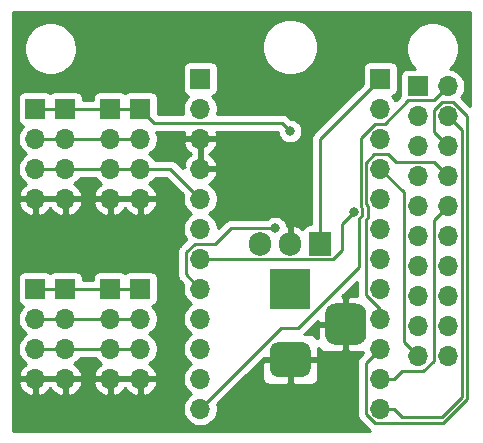
<source format=gbr>
%TF.GenerationSoftware,KiCad,Pcbnew,(5.1.9)-1*%
%TF.CreationDate,2021-07-04T22:14:26+10:00*%
%TF.ProjectId,i2c-master,6932632d-6d61-4737-9465-722e6b696361,rev?*%
%TF.SameCoordinates,Original*%
%TF.FileFunction,Copper,L2,Bot*%
%TF.FilePolarity,Positive*%
%FSLAX46Y46*%
G04 Gerber Fmt 4.6, Leading zero omitted, Abs format (unit mm)*
G04 Created by KiCad (PCBNEW (5.1.9)-1) date 2021-07-04 22:14:26*
%MOMM*%
%LPD*%
G01*
G04 APERTURE LIST*
%TA.AperFunction,ComponentPad*%
%ADD10O,1.700000X1.700000*%
%TD*%
%TA.AperFunction,ComponentPad*%
%ADD11R,1.700000X1.700000*%
%TD*%
%TA.AperFunction,ComponentPad*%
%ADD12O,1.905000X2.000000*%
%TD*%
%TA.AperFunction,ComponentPad*%
%ADD13R,1.905000X2.000000*%
%TD*%
%TA.AperFunction,ComponentPad*%
%ADD14R,3.500000X3.500000*%
%TD*%
%TA.AperFunction,ViaPad*%
%ADD15C,0.800000*%
%TD*%
%TA.AperFunction,Conductor*%
%ADD16C,0.250000*%
%TD*%
%TA.AperFunction,Conductor*%
%ADD17C,0.254000*%
%TD*%
%TA.AperFunction,Conductor*%
%ADD18C,0.100000*%
%TD*%
G04 APERTURE END LIST*
D10*
%TO.P,J12,20*%
%TO.N,GND*%
X76835000Y-61595000D03*
%TO.P,J12,19*%
%TO.N,VCC*%
X74295000Y-61595000D03*
%TO.P,J12,18*%
%TO.N,IO21-A3*%
X76835000Y-59055000D03*
%TO.P,J12,17*%
%TO.N,IO8-A8*%
X74295000Y-59055000D03*
%TO.P,J12,16*%
%TO.N,IO20-A2*%
X76835000Y-56515000D03*
%TO.P,J12,15*%
%TO.N,IO7*%
X74295000Y-56515000D03*
%TO.P,J12,14*%
%TO.N,IO19-A1*%
X76835000Y-53975000D03*
%TO.P,J12,13*%
%TO.N,!IO6-A7*%
X74295000Y-53975000D03*
%TO.P,J12,12*%
%TO.N,IO18-A0*%
X76835000Y-51435000D03*
%TO.P,J12,11*%
%TO.N,!IO5*%
X74295000Y-51435000D03*
%TO.P,J12,10*%
%TO.N,IO16-MOSI*%
X76835000Y-48895000D03*
%TO.P,J12,9*%
%TO.N,IO4-A6*%
X74295000Y-48895000D03*
%TO.P,J12,8*%
%TO.N,IO15-SCK*%
X76835000Y-46355000D03*
%TO.P,J12,7*%
%TO.N,!IO3-SCL*%
X74295000Y-46355000D03*
%TO.P,J12,6*%
%TO.N,IO14-MISO*%
X76835000Y-43815000D03*
%TO.P,J12,5*%
%TO.N,IO2-SDA*%
X74295000Y-43815000D03*
%TO.P,J12,4*%
%TO.N,!IO10-A10*%
X76835000Y-41275000D03*
%TO.P,J12,3*%
%TO.N,IO1-TX*%
X74295000Y-41275000D03*
%TO.P,J12,2*%
%TO.N,!IO9-A9*%
X76835000Y-38735000D03*
D11*
%TO.P,J12,1*%
%TO.N,IO0-RX*%
X74295000Y-38735000D03*
%TD*%
D12*
%TO.P,U1,3*%
%TO.N,Net-(C1-Pad1)*%
X60960000Y-52070000D03*
%TO.P,U1,2*%
%TO.N,GND*%
X63500000Y-52070000D03*
D13*
%TO.P,U1,1*%
%TO.N,VIN*%
X66040000Y-52070000D03*
%TD*%
%TO.P,J11,3*%
%TO.N,GND*%
%TA.AperFunction,ComponentPad*%
G36*
G01*
X69075000Y-60630000D02*
X67325000Y-60630000D01*
G75*
G02*
X66450000Y-59755000I0J875000D01*
G01*
X66450000Y-58005000D01*
G75*
G02*
X67325000Y-57130000I875000J0D01*
G01*
X69075000Y-57130000D01*
G75*
G02*
X69950000Y-58005000I0J-875000D01*
G01*
X69950000Y-59755000D01*
G75*
G02*
X69075000Y-60630000I-875000J0D01*
G01*
G37*
%TD.AperFunction*%
%TO.P,J11,2*%
%TA.AperFunction,ComponentPad*%
G36*
G01*
X64500000Y-63380000D02*
X62500000Y-63380000D01*
G75*
G02*
X61750000Y-62630000I0J750000D01*
G01*
X61750000Y-61130000D01*
G75*
G02*
X62500000Y-60380000I750000J0D01*
G01*
X64500000Y-60380000D01*
G75*
G02*
X65250000Y-61130000I0J-750000D01*
G01*
X65250000Y-62630000D01*
G75*
G02*
X64500000Y-63380000I-750000J0D01*
G01*
G37*
%TD.AperFunction*%
D14*
%TO.P,J11,1*%
%TO.N,VIN*%
X63500000Y-55880000D03*
%TD*%
D10*
%TO.P,J10,4*%
%TO.N,GND*%
X41910000Y-63500000D03*
%TO.P,J10,3*%
%TO.N,IO2-SDA*%
X41910000Y-60960000D03*
%TO.P,J10,2*%
%TO.N,!IO3-SCL*%
X41910000Y-58420000D03*
D11*
%TO.P,J10,1*%
%TO.N,+5V*%
X41910000Y-55880000D03*
%TD*%
D10*
%TO.P,J9,4*%
%TO.N,GND*%
X44450000Y-63500000D03*
%TO.P,J9,3*%
%TO.N,IO2-SDA*%
X44450000Y-60960000D03*
%TO.P,J9,2*%
%TO.N,!IO3-SCL*%
X44450000Y-58420000D03*
D11*
%TO.P,J9,1*%
%TO.N,+5V*%
X44450000Y-55880000D03*
%TD*%
D10*
%TO.P,J8,4*%
%TO.N,GND*%
X41910000Y-48260000D03*
%TO.P,J8,3*%
%TO.N,IO2-SDA*%
X41910000Y-45720000D03*
%TO.P,J8,2*%
%TO.N,!IO3-SCL*%
X41910000Y-43180000D03*
D11*
%TO.P,J8,1*%
%TO.N,+5V*%
X41910000Y-40640000D03*
%TD*%
D10*
%TO.P,J7,4*%
%TO.N,GND*%
X44450000Y-48260000D03*
%TO.P,J7,3*%
%TO.N,IO2-SDA*%
X44450000Y-45720000D03*
%TO.P,J7,2*%
%TO.N,!IO3-SCL*%
X44450000Y-43180000D03*
D11*
%TO.P,J7,1*%
%TO.N,+5V*%
X44450000Y-40640000D03*
%TD*%
D10*
%TO.P,J6,12*%
%TO.N,!IO10-A10*%
X71120000Y-66040000D03*
%TO.P,J6,11*%
%TO.N,IO16-MOSI*%
X71120000Y-63500000D03*
%TO.P,J6,10*%
%TO.N,IO14-MISO*%
X71120000Y-60960000D03*
%TO.P,J6,9*%
%TO.N,IO15-SCK*%
X71120000Y-58420000D03*
%TO.P,J6,8*%
%TO.N,IO18-A0*%
X71120000Y-55880000D03*
%TO.P,J6,7*%
%TO.N,IO19-A1*%
X71120000Y-53340000D03*
%TO.P,J6,6*%
%TO.N,IO20-A2*%
X71120000Y-50800000D03*
%TO.P,J6,5*%
%TO.N,IO21-A3*%
X71120000Y-48260000D03*
%TO.P,J6,4*%
%TO.N,VCC*%
X71120000Y-45720000D03*
%TO.P,J6,3*%
%TO.N,RST*%
X71120000Y-43180000D03*
%TO.P,J6,2*%
%TO.N,GND*%
X71120000Y-40640000D03*
D11*
%TO.P,J6,1*%
%TO.N,VIN*%
X71120000Y-38100000D03*
%TD*%
D10*
%TO.P,J5,4*%
%TO.N,GND*%
X50800000Y-63500000D03*
%TO.P,J5,3*%
%TO.N,IO2-SDA*%
X50800000Y-60960000D03*
%TO.P,J5,2*%
%TO.N,!IO3-SCL*%
X50800000Y-58420000D03*
D11*
%TO.P,J5,1*%
%TO.N,+5V*%
X50800000Y-55880000D03*
%TD*%
D10*
%TO.P,J4,4*%
%TO.N,GND*%
X48260000Y-63500000D03*
%TO.P,J4,3*%
%TO.N,IO2-SDA*%
X48260000Y-60960000D03*
%TO.P,J4,2*%
%TO.N,!IO3-SCL*%
X48260000Y-58420000D03*
D11*
%TO.P,J4,1*%
%TO.N,+5V*%
X48260000Y-55880000D03*
%TD*%
D10*
%TO.P,J3,4*%
%TO.N,GND*%
X50800000Y-48260000D03*
%TO.P,J3,3*%
%TO.N,IO2-SDA*%
X50800000Y-45720000D03*
%TO.P,J3,2*%
%TO.N,!IO3-SCL*%
X50800000Y-43180000D03*
D11*
%TO.P,J3,1*%
%TO.N,+5V*%
X50800000Y-40640000D03*
%TD*%
D10*
%TO.P,J2,4*%
%TO.N,GND*%
X48260000Y-48260000D03*
%TO.P,J2,3*%
%TO.N,IO2-SDA*%
X48260000Y-45720000D03*
%TO.P,J2,2*%
%TO.N,!IO3-SCL*%
X48260000Y-43180000D03*
D11*
%TO.P,J2,1*%
%TO.N,+5V*%
X48260000Y-40640000D03*
%TD*%
D10*
%TO.P,J1,12*%
%TO.N,!IO9-A9*%
X55880000Y-66040000D03*
%TO.P,J1,11*%
%TO.N,IO8-A8*%
X55880000Y-63500000D03*
%TO.P,J1,10*%
%TO.N,IO7*%
X55880000Y-60960000D03*
%TO.P,J1,9*%
%TO.N,!IO6-A7*%
X55880000Y-58420000D03*
%TO.P,J1,8*%
%TO.N,!IO5*%
X55880000Y-55880000D03*
%TO.P,J1,7*%
%TO.N,IO4-A6*%
X55880000Y-53340000D03*
%TO.P,J1,6*%
%TO.N,!IO3-SCL*%
X55880000Y-50800000D03*
%TO.P,J1,5*%
%TO.N,IO2-SDA*%
X55880000Y-48260000D03*
%TO.P,J1,4*%
%TO.N,GND*%
X55880000Y-45720000D03*
%TO.P,J1,3*%
X55880000Y-43180000D03*
%TO.P,J1,2*%
%TO.N,IO0-RX*%
X55880000Y-40640000D03*
D11*
%TO.P,J1,1*%
%TO.N,IO1-TX*%
X55880000Y-38100000D03*
%TD*%
D15*
%TO.N,!IO5*%
X62230000Y-50757000D03*
%TO.N,IO4-A6*%
X68885100Y-49372600D03*
%TO.N,GND*%
X68580000Y-66040000D03*
X68580000Y-38100000D03*
X53340000Y-60960000D03*
X53340000Y-38100000D03*
X53340000Y-55880000D03*
X41910000Y-52070000D03*
X41910000Y-66040000D03*
X53340000Y-66040000D03*
X53340000Y-48260000D03*
X53340000Y-43180000D03*
X49530000Y-52070000D03*
X62865000Y-48895000D03*
X64770000Y-45720000D03*
%TO.N,+5V*%
X63500000Y-42545000D03*
%TD*%
D16*
%TO.N,!IO9-A9*%
X75659700Y-39910300D02*
X76835000Y-38735000D01*
X73514500Y-39910300D02*
X75659700Y-39910300D01*
X69457900Y-48919600D02*
X69457900Y-43135000D01*
X71493900Y-41930900D02*
X73514500Y-39910300D01*
X69305400Y-54043300D02*
X69305400Y-49978100D01*
X64185900Y-59162800D02*
X69305400Y-54043300D01*
X69457900Y-43135000D02*
X70662000Y-41930900D01*
X70662000Y-41930900D02*
X71493900Y-41930900D01*
X69305400Y-49978100D02*
X69610400Y-49673100D01*
X69610400Y-49673100D02*
X69610400Y-49072100D01*
X69610400Y-49072100D02*
X69457900Y-48919600D01*
X62757200Y-59162800D02*
X64185900Y-59162800D01*
X55880000Y-66040000D02*
X62757200Y-59162800D01*
%TO.N,!IO5*%
X62217600Y-50744600D02*
X62230000Y-50757000D01*
X58475700Y-50744600D02*
X62217600Y-50744600D01*
X57150300Y-52070000D02*
X58475700Y-50744600D01*
X55407100Y-52070000D02*
X57150300Y-52070000D01*
X54664500Y-52812600D02*
X55407100Y-52070000D01*
X54664500Y-54664500D02*
X54664500Y-52812600D01*
X55880000Y-55880000D02*
X54664500Y-54664500D01*
%TO.N,IO4-A6*%
X55880000Y-53340000D02*
X57055300Y-53340000D01*
X57055300Y-53340000D02*
X57110700Y-53395400D01*
X57110700Y-53395400D02*
X67140500Y-53395400D01*
X67140500Y-53395400D02*
X67897900Y-52638000D01*
X67897900Y-52638000D02*
X67897900Y-50359800D01*
X67897900Y-50359800D02*
X68885100Y-49372600D01*
%TO.N,!IO3-SCL*%
X44450000Y-43180000D02*
X41910000Y-43180000D01*
X48260000Y-43180000D02*
X44450000Y-43180000D01*
X44450000Y-58420000D02*
X48260000Y-58420000D01*
X41910000Y-58420000D02*
X44450000Y-58420000D01*
X48260000Y-58420000D02*
X50800000Y-58420000D01*
X50800000Y-43180000D02*
X48260000Y-43180000D01*
%TO.N,IO2-SDA*%
X44450000Y-45720000D02*
X48260000Y-45720000D01*
X41910000Y-45720000D02*
X44450000Y-45720000D01*
X44450000Y-60960000D02*
X41910000Y-60960000D01*
X48260000Y-60960000D02*
X44450000Y-60960000D01*
X50800000Y-60960000D02*
X48260000Y-60960000D01*
X48260000Y-45720000D02*
X50800000Y-45720000D01*
X50800000Y-45720000D02*
X53340000Y-45720000D01*
X53340000Y-45720000D02*
X55880000Y-48260000D01*
%TO.N,GND*%
X44450000Y-48260000D02*
X41910000Y-48260000D01*
X48260000Y-48260000D02*
X44450000Y-48260000D01*
X44450000Y-63500000D02*
X48260000Y-63500000D01*
X41910000Y-63500000D02*
X44450000Y-63500000D01*
X48260000Y-63500000D02*
X50800000Y-63500000D01*
X50800000Y-48260000D02*
X48260000Y-48260000D01*
%TO.N,+5V*%
X44450000Y-40640000D02*
X48260000Y-40640000D01*
X41910000Y-40640000D02*
X44450000Y-40640000D01*
X44450000Y-55880000D02*
X48260000Y-55880000D01*
X41910000Y-55880000D02*
X44450000Y-55880000D01*
X48260000Y-55880000D02*
X50800000Y-55880000D01*
X48260000Y-40640000D02*
X50800000Y-40640000D01*
X50800000Y-40640000D02*
X51975000Y-41815000D01*
X51975000Y-41815000D02*
X62770000Y-41815000D01*
X62770000Y-41815000D02*
X63500000Y-42545000D01*
%TO.N,!IO10-A10*%
X78010300Y-42450300D02*
X76835000Y-41275000D01*
X78010300Y-65072300D02*
X78010300Y-42450300D01*
X76343500Y-66739100D02*
X78010300Y-65072300D01*
X72994400Y-66739100D02*
X76343500Y-66739100D01*
X72295300Y-66040000D02*
X72994400Y-66739100D01*
X71120000Y-66040000D02*
X72295300Y-66040000D01*
%TO.N,IO16-MOSI*%
X72950700Y-62844600D02*
X72295300Y-63500000D01*
X72295300Y-63500000D02*
X71120000Y-63500000D01*
X74777600Y-62844600D02*
X72950700Y-62844600D01*
X75659700Y-61962500D02*
X74777600Y-62844600D01*
X75659700Y-50070300D02*
X75659700Y-61962500D01*
X76835000Y-48895000D02*
X75659700Y-50070300D01*
%TO.N,IO14-MISO*%
X69916000Y-62164000D02*
X71120000Y-60960000D01*
X70674600Y-67286300D02*
X69916000Y-66527700D01*
X78494500Y-65225000D02*
X76433200Y-67286300D01*
X78494500Y-41259000D02*
X78494500Y-65225000D01*
X77295600Y-40060100D02*
X78494500Y-41259000D01*
X76433200Y-67286300D02*
X70674600Y-67286300D01*
X76348500Y-40060100D02*
X77295600Y-40060100D01*
X75641800Y-40766800D02*
X76348500Y-40060100D01*
X75641800Y-42621800D02*
X75641800Y-40766800D01*
X69916000Y-66527700D02*
X69916000Y-62164000D01*
X76835000Y-43815000D02*
X75641800Y-42621800D01*
%TO.N,IO15-SCK*%
X71120000Y-58420000D02*
X71120000Y-57785000D01*
X69913200Y-56385900D02*
X71120000Y-57592700D01*
X69913200Y-50007200D02*
X69913200Y-56385900D01*
X71120000Y-57592700D02*
X71120000Y-58420000D01*
X70060700Y-49859700D02*
X69913200Y-50007200D01*
X70060700Y-48885500D02*
X70060700Y-49859700D01*
X69913200Y-48738000D02*
X70060700Y-48885500D01*
X69913200Y-45226700D02*
X69913200Y-48738000D01*
X70625800Y-44514100D02*
X69913200Y-45226700D01*
X71819100Y-44514100D02*
X70625800Y-44514100D01*
X72484700Y-45179700D02*
X71819100Y-44514100D01*
X75659700Y-45179700D02*
X72484700Y-45179700D01*
X76835000Y-46355000D02*
X75659700Y-45179700D01*
%TO.N,VCC*%
X73119700Y-60419700D02*
X74295000Y-61595000D01*
X73119700Y-47719700D02*
X73119700Y-60419700D01*
X71120000Y-45720000D02*
X73119700Y-47719700D01*
%TO.N,VIN*%
X66040000Y-52070000D02*
X66040000Y-43180000D01*
X66040000Y-43180000D02*
X71120000Y-38100000D01*
%TD*%
D17*
%TO.N,GND*%
X78715001Y-40404699D02*
X77989860Y-39679559D01*
X78150990Y-39438411D01*
X78262932Y-39168158D01*
X78320000Y-38881260D01*
X78320000Y-38588740D01*
X78262932Y-38301842D01*
X78150990Y-38031589D01*
X77988475Y-37788368D01*
X77781632Y-37581525D01*
X77538411Y-37419010D01*
X77268158Y-37307068D01*
X77026724Y-37259043D01*
X77301038Y-36984729D01*
X77545631Y-36618669D01*
X77714110Y-36211925D01*
X77800000Y-35780128D01*
X77800000Y-35339872D01*
X77714110Y-34908075D01*
X77545631Y-34501331D01*
X77301038Y-34135271D01*
X76989729Y-33823962D01*
X76623669Y-33579369D01*
X76216925Y-33410890D01*
X75785128Y-33325000D01*
X75344872Y-33325000D01*
X74913075Y-33410890D01*
X74506331Y-33579369D01*
X74140271Y-33823962D01*
X73828962Y-34135271D01*
X73584369Y-34501331D01*
X73415890Y-34908075D01*
X73330000Y-35339872D01*
X73330000Y-35780128D01*
X73415890Y-36211925D01*
X73584369Y-36618669D01*
X73828962Y-36984729D01*
X74091161Y-37246928D01*
X73445000Y-37246928D01*
X73320518Y-37259188D01*
X73200820Y-37295498D01*
X73090506Y-37354463D01*
X72993815Y-37433815D01*
X72914463Y-37530506D01*
X72855498Y-37640820D01*
X72819188Y-37760518D01*
X72806928Y-37885000D01*
X72806928Y-39543070D01*
X72419154Y-39930844D01*
X72391641Y-39873080D01*
X72217588Y-39639731D01*
X72133534Y-39563966D01*
X72214180Y-39539502D01*
X72324494Y-39480537D01*
X72421185Y-39401185D01*
X72500537Y-39304494D01*
X72559502Y-39194180D01*
X72595812Y-39074482D01*
X72608072Y-38950000D01*
X72608072Y-37250000D01*
X72595812Y-37125518D01*
X72559502Y-37005820D01*
X72500537Y-36895506D01*
X72421185Y-36798815D01*
X72324494Y-36719463D01*
X72214180Y-36660498D01*
X72094482Y-36624188D01*
X71970000Y-36611928D01*
X70270000Y-36611928D01*
X70145518Y-36624188D01*
X70025820Y-36660498D01*
X69915506Y-36719463D01*
X69818815Y-36798815D01*
X69739463Y-36895506D01*
X69680498Y-37005820D01*
X69644188Y-37125518D01*
X69631928Y-37250000D01*
X69631928Y-38513270D01*
X65528998Y-42616201D01*
X65500000Y-42639999D01*
X65476202Y-42668997D01*
X65476201Y-42668998D01*
X65405026Y-42755724D01*
X65334454Y-42887754D01*
X65290998Y-43031015D01*
X65276324Y-43180000D01*
X65280001Y-43217332D01*
X65280000Y-50431928D01*
X65087500Y-50431928D01*
X64963018Y-50444188D01*
X64843320Y-50480498D01*
X64733006Y-50539463D01*
X64636315Y-50618815D01*
X64556963Y-50715506D01*
X64507941Y-50807219D01*
X64366923Y-50694031D01*
X64091094Y-50550429D01*
X63872980Y-50479437D01*
X63627000Y-50599406D01*
X63627000Y-51943000D01*
X63647000Y-51943000D01*
X63647000Y-52197000D01*
X63627000Y-52197000D01*
X63627000Y-52217000D01*
X63373000Y-52217000D01*
X63373000Y-52197000D01*
X63353000Y-52197000D01*
X63353000Y-51943000D01*
X63373000Y-51943000D01*
X63373000Y-50599406D01*
X63241137Y-50535094D01*
X63225226Y-50455102D01*
X63147205Y-50266744D01*
X63033937Y-50097226D01*
X62889774Y-49953063D01*
X62720256Y-49839795D01*
X62531898Y-49761774D01*
X62331939Y-49722000D01*
X62128061Y-49722000D01*
X61928102Y-49761774D01*
X61739744Y-49839795D01*
X61570226Y-49953063D01*
X61538689Y-49984600D01*
X58513025Y-49984600D01*
X58475700Y-49980924D01*
X58438375Y-49984600D01*
X58438367Y-49984600D01*
X58326714Y-49995597D01*
X58183453Y-50039054D01*
X58051424Y-50109626D01*
X57935699Y-50204599D01*
X57911901Y-50233597D01*
X57365000Y-50780498D01*
X57365000Y-50653740D01*
X57307932Y-50366842D01*
X57195990Y-50096589D01*
X57033475Y-49853368D01*
X56826632Y-49646525D01*
X56652240Y-49530000D01*
X56826632Y-49413475D01*
X57033475Y-49206632D01*
X57195990Y-48963411D01*
X57307932Y-48693158D01*
X57365000Y-48406260D01*
X57365000Y-48113740D01*
X57307932Y-47826842D01*
X57195990Y-47556589D01*
X57033475Y-47313368D01*
X56826632Y-47106525D01*
X56644466Y-46984805D01*
X56761355Y-46915178D01*
X56977588Y-46720269D01*
X57151641Y-46486920D01*
X57276825Y-46224099D01*
X57321476Y-46076890D01*
X57200155Y-45847000D01*
X56007000Y-45847000D01*
X56007000Y-45867000D01*
X55753000Y-45867000D01*
X55753000Y-45847000D01*
X55733000Y-45847000D01*
X55733000Y-45593000D01*
X55753000Y-45593000D01*
X55753000Y-43307000D01*
X56007000Y-43307000D01*
X56007000Y-45593000D01*
X57200155Y-45593000D01*
X57321476Y-45363110D01*
X57276825Y-45215901D01*
X57151641Y-44953080D01*
X56977588Y-44719731D01*
X56761355Y-44524822D01*
X56635745Y-44450000D01*
X56761355Y-44375178D01*
X56977588Y-44180269D01*
X57151641Y-43946920D01*
X57276825Y-43684099D01*
X57321476Y-43536890D01*
X57200155Y-43307000D01*
X56007000Y-43307000D01*
X55753000Y-43307000D01*
X54559845Y-43307000D01*
X54438524Y-43536890D01*
X54483175Y-43684099D01*
X54608359Y-43946920D01*
X54782412Y-44180269D01*
X54998645Y-44375178D01*
X55124255Y-44450000D01*
X54998645Y-44524822D01*
X54782412Y-44719731D01*
X54608359Y-44953080D01*
X54483175Y-45215901D01*
X54438524Y-45363110D01*
X54559844Y-45592998D01*
X54395000Y-45592998D01*
X54395000Y-45700199D01*
X53903804Y-45209003D01*
X53880001Y-45179999D01*
X53764276Y-45085026D01*
X53632247Y-45014454D01*
X53488986Y-44970997D01*
X53377333Y-44960000D01*
X53377322Y-44960000D01*
X53340000Y-44956324D01*
X53302678Y-44960000D01*
X52078178Y-44960000D01*
X51953475Y-44773368D01*
X51746632Y-44566525D01*
X51572240Y-44450000D01*
X51746632Y-44333475D01*
X51953475Y-44126632D01*
X52115990Y-43883411D01*
X52227932Y-43613158D01*
X52285000Y-43326260D01*
X52285000Y-43033740D01*
X52227932Y-42746842D01*
X52156753Y-42575000D01*
X54531235Y-42575000D01*
X54483175Y-42675901D01*
X54438524Y-42823110D01*
X54559845Y-43053000D01*
X55753000Y-43053000D01*
X55753000Y-43033000D01*
X56007000Y-43033000D01*
X56007000Y-43053000D01*
X57200155Y-43053000D01*
X57321476Y-42823110D01*
X57276825Y-42675901D01*
X57228765Y-42575000D01*
X62455199Y-42575000D01*
X62465000Y-42584801D01*
X62465000Y-42646939D01*
X62504774Y-42846898D01*
X62582795Y-43035256D01*
X62696063Y-43204774D01*
X62840226Y-43348937D01*
X63009744Y-43462205D01*
X63198102Y-43540226D01*
X63398061Y-43580000D01*
X63601939Y-43580000D01*
X63801898Y-43540226D01*
X63990256Y-43462205D01*
X64159774Y-43348937D01*
X64303937Y-43204774D01*
X64417205Y-43035256D01*
X64495226Y-42846898D01*
X64535000Y-42646939D01*
X64535000Y-42443061D01*
X64495226Y-42243102D01*
X64417205Y-42054744D01*
X64303937Y-41885226D01*
X64159774Y-41741063D01*
X63990256Y-41627795D01*
X63801898Y-41549774D01*
X63601939Y-41510000D01*
X63539801Y-41510000D01*
X63333803Y-41304002D01*
X63310001Y-41274999D01*
X63194276Y-41180026D01*
X63062247Y-41109454D01*
X62918986Y-41065997D01*
X62807333Y-41055000D01*
X62807322Y-41055000D01*
X62770000Y-41051324D01*
X62732678Y-41055000D01*
X57311544Y-41055000D01*
X57365000Y-40786260D01*
X57365000Y-40493740D01*
X57307932Y-40206842D01*
X57195990Y-39936589D01*
X57033475Y-39693368D01*
X56901620Y-39561513D01*
X56974180Y-39539502D01*
X57084494Y-39480537D01*
X57181185Y-39401185D01*
X57260537Y-39304494D01*
X57319502Y-39194180D01*
X57355812Y-39074482D01*
X57368072Y-38950000D01*
X57368072Y-37250000D01*
X57355812Y-37125518D01*
X57319502Y-37005820D01*
X57260537Y-36895506D01*
X57181185Y-36798815D01*
X57084494Y-36719463D01*
X56974180Y-36660498D01*
X56854482Y-36624188D01*
X56730000Y-36611928D01*
X55030000Y-36611928D01*
X54905518Y-36624188D01*
X54785820Y-36660498D01*
X54675506Y-36719463D01*
X54578815Y-36798815D01*
X54499463Y-36895506D01*
X54440498Y-37005820D01*
X54404188Y-37125518D01*
X54391928Y-37250000D01*
X54391928Y-38950000D01*
X54404188Y-39074482D01*
X54440498Y-39194180D01*
X54499463Y-39304494D01*
X54578815Y-39401185D01*
X54675506Y-39480537D01*
X54785820Y-39539502D01*
X54858380Y-39561513D01*
X54726525Y-39693368D01*
X54564010Y-39936589D01*
X54452068Y-40206842D01*
X54395000Y-40493740D01*
X54395000Y-40786260D01*
X54448456Y-41055000D01*
X52289802Y-41055000D01*
X52288072Y-41053270D01*
X52288072Y-39790000D01*
X52275812Y-39665518D01*
X52239502Y-39545820D01*
X52180537Y-39435506D01*
X52101185Y-39338815D01*
X52004494Y-39259463D01*
X51894180Y-39200498D01*
X51774482Y-39164188D01*
X51650000Y-39151928D01*
X49950000Y-39151928D01*
X49825518Y-39164188D01*
X49705820Y-39200498D01*
X49595506Y-39259463D01*
X49530000Y-39313222D01*
X49464494Y-39259463D01*
X49354180Y-39200498D01*
X49234482Y-39164188D01*
X49110000Y-39151928D01*
X47410000Y-39151928D01*
X47285518Y-39164188D01*
X47165820Y-39200498D01*
X47055506Y-39259463D01*
X46958815Y-39338815D01*
X46879463Y-39435506D01*
X46820498Y-39545820D01*
X46784188Y-39665518D01*
X46771928Y-39790000D01*
X46771928Y-39880000D01*
X45938072Y-39880000D01*
X45938072Y-39790000D01*
X45925812Y-39665518D01*
X45889502Y-39545820D01*
X45830537Y-39435506D01*
X45751185Y-39338815D01*
X45654494Y-39259463D01*
X45544180Y-39200498D01*
X45424482Y-39164188D01*
X45300000Y-39151928D01*
X43600000Y-39151928D01*
X43475518Y-39164188D01*
X43355820Y-39200498D01*
X43245506Y-39259463D01*
X43180000Y-39313222D01*
X43114494Y-39259463D01*
X43004180Y-39200498D01*
X42884482Y-39164188D01*
X42760000Y-39151928D01*
X41060000Y-39151928D01*
X40935518Y-39164188D01*
X40815820Y-39200498D01*
X40705506Y-39259463D01*
X40608815Y-39338815D01*
X40529463Y-39435506D01*
X40470498Y-39545820D01*
X40434188Y-39665518D01*
X40421928Y-39790000D01*
X40421928Y-41490000D01*
X40434188Y-41614482D01*
X40470498Y-41734180D01*
X40529463Y-41844494D01*
X40608815Y-41941185D01*
X40705506Y-42020537D01*
X40815820Y-42079502D01*
X40888380Y-42101513D01*
X40756525Y-42233368D01*
X40594010Y-42476589D01*
X40482068Y-42746842D01*
X40425000Y-43033740D01*
X40425000Y-43326260D01*
X40482068Y-43613158D01*
X40594010Y-43883411D01*
X40756525Y-44126632D01*
X40963368Y-44333475D01*
X41137760Y-44450000D01*
X40963368Y-44566525D01*
X40756525Y-44773368D01*
X40594010Y-45016589D01*
X40482068Y-45286842D01*
X40425000Y-45573740D01*
X40425000Y-45866260D01*
X40482068Y-46153158D01*
X40594010Y-46423411D01*
X40756525Y-46666632D01*
X40963368Y-46873475D01*
X41145534Y-46995195D01*
X41028645Y-47064822D01*
X40812412Y-47259731D01*
X40638359Y-47493080D01*
X40513175Y-47755901D01*
X40468524Y-47903110D01*
X40589845Y-48133000D01*
X41783000Y-48133000D01*
X41783000Y-48113000D01*
X42037000Y-48113000D01*
X42037000Y-48133000D01*
X44323000Y-48133000D01*
X44323000Y-48113000D01*
X44577000Y-48113000D01*
X44577000Y-48133000D01*
X45770155Y-48133000D01*
X45891476Y-47903110D01*
X45846825Y-47755901D01*
X45721641Y-47493080D01*
X45547588Y-47259731D01*
X45331355Y-47064822D01*
X45214466Y-46995195D01*
X45396632Y-46873475D01*
X45603475Y-46666632D01*
X45728178Y-46480000D01*
X46981822Y-46480000D01*
X47106525Y-46666632D01*
X47313368Y-46873475D01*
X47495534Y-46995195D01*
X47378645Y-47064822D01*
X47162412Y-47259731D01*
X46988359Y-47493080D01*
X46863175Y-47755901D01*
X46818524Y-47903110D01*
X46939845Y-48133000D01*
X48133000Y-48133000D01*
X48133000Y-48113000D01*
X48387000Y-48113000D01*
X48387000Y-48133000D01*
X50673000Y-48133000D01*
X50673000Y-48113000D01*
X50927000Y-48113000D01*
X50927000Y-48133000D01*
X52120155Y-48133000D01*
X52241476Y-47903110D01*
X52196825Y-47755901D01*
X52071641Y-47493080D01*
X51897588Y-47259731D01*
X51681355Y-47064822D01*
X51564466Y-46995195D01*
X51746632Y-46873475D01*
X51953475Y-46666632D01*
X52078178Y-46480000D01*
X53025199Y-46480000D01*
X54438790Y-47893593D01*
X54395000Y-48113740D01*
X54395000Y-48406260D01*
X54452068Y-48693158D01*
X54564010Y-48963411D01*
X54726525Y-49206632D01*
X54933368Y-49413475D01*
X55107760Y-49530000D01*
X54933368Y-49646525D01*
X54726525Y-49853368D01*
X54564010Y-50096589D01*
X54452068Y-50366842D01*
X54395000Y-50653740D01*
X54395000Y-50946260D01*
X54452068Y-51233158D01*
X54564010Y-51503411D01*
X54698143Y-51704155D01*
X54153498Y-52248801D01*
X54124500Y-52272599D01*
X54100702Y-52301597D01*
X54100701Y-52301598D01*
X54029526Y-52388324D01*
X53958954Y-52520354D01*
X53940557Y-52581003D01*
X53915498Y-52663614D01*
X53907931Y-52740446D01*
X53900824Y-52812600D01*
X53904501Y-52849932D01*
X53904500Y-54627177D01*
X53900824Y-54664500D01*
X53904500Y-54701822D01*
X53904500Y-54701832D01*
X53915497Y-54813485D01*
X53958954Y-54956746D01*
X54029526Y-55088776D01*
X54064176Y-55130997D01*
X54124499Y-55204501D01*
X54153503Y-55228304D01*
X54438791Y-55513592D01*
X54395000Y-55733740D01*
X54395000Y-56026260D01*
X54452068Y-56313158D01*
X54564010Y-56583411D01*
X54726525Y-56826632D01*
X54933368Y-57033475D01*
X55107760Y-57150000D01*
X54933368Y-57266525D01*
X54726525Y-57473368D01*
X54564010Y-57716589D01*
X54452068Y-57986842D01*
X54395000Y-58273740D01*
X54395000Y-58566260D01*
X54452068Y-58853158D01*
X54564010Y-59123411D01*
X54726525Y-59366632D01*
X54933368Y-59573475D01*
X55107760Y-59690000D01*
X54933368Y-59806525D01*
X54726525Y-60013368D01*
X54564010Y-60256589D01*
X54452068Y-60526842D01*
X54395000Y-60813740D01*
X54395000Y-61106260D01*
X54452068Y-61393158D01*
X54564010Y-61663411D01*
X54726525Y-61906632D01*
X54933368Y-62113475D01*
X55107760Y-62230000D01*
X54933368Y-62346525D01*
X54726525Y-62553368D01*
X54564010Y-62796589D01*
X54452068Y-63066842D01*
X54395000Y-63353740D01*
X54395000Y-63646260D01*
X54452068Y-63933158D01*
X54564010Y-64203411D01*
X54726525Y-64446632D01*
X54933368Y-64653475D01*
X55107760Y-64770000D01*
X54933368Y-64886525D01*
X54726525Y-65093368D01*
X54564010Y-65336589D01*
X54452068Y-65606842D01*
X54395000Y-65893740D01*
X54395000Y-66186260D01*
X54452068Y-66473158D01*
X54564010Y-66743411D01*
X54726525Y-66986632D01*
X54933368Y-67193475D01*
X55176589Y-67355990D01*
X55446842Y-67467932D01*
X55733740Y-67525000D01*
X56026260Y-67525000D01*
X56313158Y-67467932D01*
X56583411Y-67355990D01*
X56826632Y-67193475D01*
X57033475Y-66986632D01*
X57195990Y-66743411D01*
X57307932Y-66473158D01*
X57365000Y-66186260D01*
X57365000Y-65893740D01*
X57321209Y-65673592D01*
X59614801Y-63380000D01*
X61111928Y-63380000D01*
X61124188Y-63504482D01*
X61160498Y-63624180D01*
X61219463Y-63734494D01*
X61298815Y-63831185D01*
X61395506Y-63910537D01*
X61505820Y-63969502D01*
X61625518Y-64005812D01*
X61750000Y-64018072D01*
X63214250Y-64015000D01*
X63373000Y-63856250D01*
X63373000Y-62007000D01*
X63627000Y-62007000D01*
X63627000Y-63856250D01*
X63785750Y-64015000D01*
X65250000Y-64018072D01*
X65374482Y-64005812D01*
X65494180Y-63969502D01*
X65604494Y-63910537D01*
X65701185Y-63831185D01*
X65780537Y-63734494D01*
X65839502Y-63624180D01*
X65875812Y-63504482D01*
X65888072Y-63380000D01*
X65885000Y-62165750D01*
X65726250Y-62007000D01*
X63627000Y-62007000D01*
X63373000Y-62007000D01*
X61273750Y-62007000D01*
X61115000Y-62165750D01*
X61111928Y-63380000D01*
X59614801Y-63380000D01*
X61257776Y-61737026D01*
X61273750Y-61753000D01*
X63373000Y-61753000D01*
X63373000Y-61733000D01*
X63627000Y-61733000D01*
X63627000Y-61753000D01*
X65726250Y-61753000D01*
X65885000Y-61594250D01*
X65886698Y-60923195D01*
X65919463Y-60984494D01*
X65998815Y-61081185D01*
X66095506Y-61160537D01*
X66205820Y-61219502D01*
X66325518Y-61255812D01*
X66450000Y-61268072D01*
X67914250Y-61265000D01*
X68073000Y-61106250D01*
X68073000Y-59007000D01*
X65973750Y-59007000D01*
X65815000Y-59165750D01*
X65813069Y-60086367D01*
X65780537Y-60025506D01*
X65701185Y-59928815D01*
X65604494Y-59849463D01*
X65494180Y-59790498D01*
X65374482Y-59754188D01*
X65250000Y-59741928D01*
X64676759Y-59743131D01*
X64725901Y-59702801D01*
X64749704Y-59673797D01*
X65822126Y-58601376D01*
X65973750Y-58753000D01*
X68073000Y-58753000D01*
X68073000Y-56653750D01*
X67921376Y-56502126D01*
X69153201Y-55270301D01*
X69153201Y-56348568D01*
X69149524Y-56385900D01*
X69153201Y-56423233D01*
X69160130Y-56493585D01*
X68485750Y-56495000D01*
X68327000Y-56653750D01*
X68327000Y-58753000D01*
X68347000Y-58753000D01*
X68347000Y-59007000D01*
X68327000Y-59007000D01*
X68327000Y-61106250D01*
X68485750Y-61265000D01*
X69667069Y-61267478D01*
X69678791Y-61326408D01*
X69404998Y-61600201D01*
X69376000Y-61623999D01*
X69352202Y-61652997D01*
X69352201Y-61652998D01*
X69281026Y-61739724D01*
X69210454Y-61871754D01*
X69186146Y-61951890D01*
X69166998Y-62015014D01*
X69160144Y-62084600D01*
X69152324Y-62164000D01*
X69156001Y-62201332D01*
X69156000Y-66490377D01*
X69152324Y-66527700D01*
X69156000Y-66565022D01*
X69156000Y-66565032D01*
X69166997Y-66676685D01*
X69201068Y-66789003D01*
X69210454Y-66819946D01*
X69281026Y-66951976D01*
X69309468Y-66986632D01*
X69375999Y-67067701D01*
X69405002Y-67091503D01*
X70110805Y-67797308D01*
X70134599Y-67826301D01*
X70163592Y-67850095D01*
X70163596Y-67850099D01*
X70234285Y-67908111D01*
X70248772Y-67920000D01*
X40030000Y-67920000D01*
X40030000Y-63856890D01*
X40468524Y-63856890D01*
X40513175Y-64004099D01*
X40638359Y-64266920D01*
X40812412Y-64500269D01*
X41028645Y-64695178D01*
X41278748Y-64844157D01*
X41553109Y-64941481D01*
X41783000Y-64820814D01*
X41783000Y-63627000D01*
X42037000Y-63627000D01*
X42037000Y-64820814D01*
X42266891Y-64941481D01*
X42541252Y-64844157D01*
X42791355Y-64695178D01*
X43007588Y-64500269D01*
X43180000Y-64269120D01*
X43352412Y-64500269D01*
X43568645Y-64695178D01*
X43818748Y-64844157D01*
X44093109Y-64941481D01*
X44323000Y-64820814D01*
X44323000Y-63627000D01*
X44577000Y-63627000D01*
X44577000Y-64820814D01*
X44806891Y-64941481D01*
X45081252Y-64844157D01*
X45331355Y-64695178D01*
X45547588Y-64500269D01*
X45721641Y-64266920D01*
X45846825Y-64004099D01*
X45891476Y-63856890D01*
X46818524Y-63856890D01*
X46863175Y-64004099D01*
X46988359Y-64266920D01*
X47162412Y-64500269D01*
X47378645Y-64695178D01*
X47628748Y-64844157D01*
X47903109Y-64941481D01*
X48133000Y-64820814D01*
X48133000Y-63627000D01*
X48387000Y-63627000D01*
X48387000Y-64820814D01*
X48616891Y-64941481D01*
X48891252Y-64844157D01*
X49141355Y-64695178D01*
X49357588Y-64500269D01*
X49530000Y-64269120D01*
X49702412Y-64500269D01*
X49918645Y-64695178D01*
X50168748Y-64844157D01*
X50443109Y-64941481D01*
X50673000Y-64820814D01*
X50673000Y-63627000D01*
X50927000Y-63627000D01*
X50927000Y-64820814D01*
X51156891Y-64941481D01*
X51431252Y-64844157D01*
X51681355Y-64695178D01*
X51897588Y-64500269D01*
X52071641Y-64266920D01*
X52196825Y-64004099D01*
X52241476Y-63856890D01*
X52120155Y-63627000D01*
X50927000Y-63627000D01*
X50673000Y-63627000D01*
X48387000Y-63627000D01*
X48133000Y-63627000D01*
X46939845Y-63627000D01*
X46818524Y-63856890D01*
X45891476Y-63856890D01*
X45770155Y-63627000D01*
X44577000Y-63627000D01*
X44323000Y-63627000D01*
X42037000Y-63627000D01*
X41783000Y-63627000D01*
X40589845Y-63627000D01*
X40468524Y-63856890D01*
X40030000Y-63856890D01*
X40030000Y-55030000D01*
X40421928Y-55030000D01*
X40421928Y-56730000D01*
X40434188Y-56854482D01*
X40470498Y-56974180D01*
X40529463Y-57084494D01*
X40608815Y-57181185D01*
X40705506Y-57260537D01*
X40815820Y-57319502D01*
X40888380Y-57341513D01*
X40756525Y-57473368D01*
X40594010Y-57716589D01*
X40482068Y-57986842D01*
X40425000Y-58273740D01*
X40425000Y-58566260D01*
X40482068Y-58853158D01*
X40594010Y-59123411D01*
X40756525Y-59366632D01*
X40963368Y-59573475D01*
X41137760Y-59690000D01*
X40963368Y-59806525D01*
X40756525Y-60013368D01*
X40594010Y-60256589D01*
X40482068Y-60526842D01*
X40425000Y-60813740D01*
X40425000Y-61106260D01*
X40482068Y-61393158D01*
X40594010Y-61663411D01*
X40756525Y-61906632D01*
X40963368Y-62113475D01*
X41145534Y-62235195D01*
X41028645Y-62304822D01*
X40812412Y-62499731D01*
X40638359Y-62733080D01*
X40513175Y-62995901D01*
X40468524Y-63143110D01*
X40589845Y-63373000D01*
X41783000Y-63373000D01*
X41783000Y-63353000D01*
X42037000Y-63353000D01*
X42037000Y-63373000D01*
X44323000Y-63373000D01*
X44323000Y-63353000D01*
X44577000Y-63353000D01*
X44577000Y-63373000D01*
X45770155Y-63373000D01*
X45891476Y-63143110D01*
X45846825Y-62995901D01*
X45721641Y-62733080D01*
X45547588Y-62499731D01*
X45331355Y-62304822D01*
X45214466Y-62235195D01*
X45396632Y-62113475D01*
X45603475Y-61906632D01*
X45728178Y-61720000D01*
X46981822Y-61720000D01*
X47106525Y-61906632D01*
X47313368Y-62113475D01*
X47495534Y-62235195D01*
X47378645Y-62304822D01*
X47162412Y-62499731D01*
X46988359Y-62733080D01*
X46863175Y-62995901D01*
X46818524Y-63143110D01*
X46939845Y-63373000D01*
X48133000Y-63373000D01*
X48133000Y-63353000D01*
X48387000Y-63353000D01*
X48387000Y-63373000D01*
X50673000Y-63373000D01*
X50673000Y-63353000D01*
X50927000Y-63353000D01*
X50927000Y-63373000D01*
X52120155Y-63373000D01*
X52241476Y-63143110D01*
X52196825Y-62995901D01*
X52071641Y-62733080D01*
X51897588Y-62499731D01*
X51681355Y-62304822D01*
X51564466Y-62235195D01*
X51746632Y-62113475D01*
X51953475Y-61906632D01*
X52115990Y-61663411D01*
X52227932Y-61393158D01*
X52285000Y-61106260D01*
X52285000Y-60813740D01*
X52227932Y-60526842D01*
X52115990Y-60256589D01*
X51953475Y-60013368D01*
X51746632Y-59806525D01*
X51572240Y-59690000D01*
X51746632Y-59573475D01*
X51953475Y-59366632D01*
X52115990Y-59123411D01*
X52227932Y-58853158D01*
X52285000Y-58566260D01*
X52285000Y-58273740D01*
X52227932Y-57986842D01*
X52115990Y-57716589D01*
X51953475Y-57473368D01*
X51821620Y-57341513D01*
X51894180Y-57319502D01*
X52004494Y-57260537D01*
X52101185Y-57181185D01*
X52180537Y-57084494D01*
X52239502Y-56974180D01*
X52275812Y-56854482D01*
X52288072Y-56730000D01*
X52288072Y-55030000D01*
X52275812Y-54905518D01*
X52239502Y-54785820D01*
X52180537Y-54675506D01*
X52101185Y-54578815D01*
X52004494Y-54499463D01*
X51894180Y-54440498D01*
X51774482Y-54404188D01*
X51650000Y-54391928D01*
X49950000Y-54391928D01*
X49825518Y-54404188D01*
X49705820Y-54440498D01*
X49595506Y-54499463D01*
X49530000Y-54553222D01*
X49464494Y-54499463D01*
X49354180Y-54440498D01*
X49234482Y-54404188D01*
X49110000Y-54391928D01*
X47410000Y-54391928D01*
X47285518Y-54404188D01*
X47165820Y-54440498D01*
X47055506Y-54499463D01*
X46958815Y-54578815D01*
X46879463Y-54675506D01*
X46820498Y-54785820D01*
X46784188Y-54905518D01*
X46771928Y-55030000D01*
X46771928Y-55120000D01*
X45938072Y-55120000D01*
X45938072Y-55030000D01*
X45925812Y-54905518D01*
X45889502Y-54785820D01*
X45830537Y-54675506D01*
X45751185Y-54578815D01*
X45654494Y-54499463D01*
X45544180Y-54440498D01*
X45424482Y-54404188D01*
X45300000Y-54391928D01*
X43600000Y-54391928D01*
X43475518Y-54404188D01*
X43355820Y-54440498D01*
X43245506Y-54499463D01*
X43180000Y-54553222D01*
X43114494Y-54499463D01*
X43004180Y-54440498D01*
X42884482Y-54404188D01*
X42760000Y-54391928D01*
X41060000Y-54391928D01*
X40935518Y-54404188D01*
X40815820Y-54440498D01*
X40705506Y-54499463D01*
X40608815Y-54578815D01*
X40529463Y-54675506D01*
X40470498Y-54785820D01*
X40434188Y-54905518D01*
X40421928Y-55030000D01*
X40030000Y-55030000D01*
X40030000Y-48616890D01*
X40468524Y-48616890D01*
X40513175Y-48764099D01*
X40638359Y-49026920D01*
X40812412Y-49260269D01*
X41028645Y-49455178D01*
X41278748Y-49604157D01*
X41553109Y-49701481D01*
X41783000Y-49580814D01*
X41783000Y-48387000D01*
X42037000Y-48387000D01*
X42037000Y-49580814D01*
X42266891Y-49701481D01*
X42541252Y-49604157D01*
X42791355Y-49455178D01*
X43007588Y-49260269D01*
X43180000Y-49029120D01*
X43352412Y-49260269D01*
X43568645Y-49455178D01*
X43818748Y-49604157D01*
X44093109Y-49701481D01*
X44323000Y-49580814D01*
X44323000Y-48387000D01*
X44577000Y-48387000D01*
X44577000Y-49580814D01*
X44806891Y-49701481D01*
X45081252Y-49604157D01*
X45331355Y-49455178D01*
X45547588Y-49260269D01*
X45721641Y-49026920D01*
X45846825Y-48764099D01*
X45891476Y-48616890D01*
X46818524Y-48616890D01*
X46863175Y-48764099D01*
X46988359Y-49026920D01*
X47162412Y-49260269D01*
X47378645Y-49455178D01*
X47628748Y-49604157D01*
X47903109Y-49701481D01*
X48133000Y-49580814D01*
X48133000Y-48387000D01*
X48387000Y-48387000D01*
X48387000Y-49580814D01*
X48616891Y-49701481D01*
X48891252Y-49604157D01*
X49141355Y-49455178D01*
X49357588Y-49260269D01*
X49530000Y-49029120D01*
X49702412Y-49260269D01*
X49918645Y-49455178D01*
X50168748Y-49604157D01*
X50443109Y-49701481D01*
X50673000Y-49580814D01*
X50673000Y-48387000D01*
X50927000Y-48387000D01*
X50927000Y-49580814D01*
X51156891Y-49701481D01*
X51431252Y-49604157D01*
X51681355Y-49455178D01*
X51897588Y-49260269D01*
X52071641Y-49026920D01*
X52196825Y-48764099D01*
X52241476Y-48616890D01*
X52120155Y-48387000D01*
X50927000Y-48387000D01*
X50673000Y-48387000D01*
X48387000Y-48387000D01*
X48133000Y-48387000D01*
X46939845Y-48387000D01*
X46818524Y-48616890D01*
X45891476Y-48616890D01*
X45770155Y-48387000D01*
X44577000Y-48387000D01*
X44323000Y-48387000D01*
X42037000Y-48387000D01*
X41783000Y-48387000D01*
X40589845Y-48387000D01*
X40468524Y-48616890D01*
X40030000Y-48616890D01*
X40030000Y-35339872D01*
X40945000Y-35339872D01*
X40945000Y-35780128D01*
X41030890Y-36211925D01*
X41199369Y-36618669D01*
X41443962Y-36984729D01*
X41755271Y-37296038D01*
X42121331Y-37540631D01*
X42528075Y-37709110D01*
X42959872Y-37795000D01*
X43400128Y-37795000D01*
X43831925Y-37709110D01*
X44238669Y-37540631D01*
X44604729Y-37296038D01*
X44916038Y-36984729D01*
X45160631Y-36618669D01*
X45329110Y-36211925D01*
X45415000Y-35780128D01*
X45415000Y-35339872D01*
X45382225Y-35175098D01*
X61115000Y-35175098D01*
X61115000Y-35644902D01*
X61206654Y-36105679D01*
X61386440Y-36539721D01*
X61647450Y-36930349D01*
X61979651Y-37262550D01*
X62370279Y-37523560D01*
X62804321Y-37703346D01*
X63265098Y-37795000D01*
X63734902Y-37795000D01*
X64195679Y-37703346D01*
X64629721Y-37523560D01*
X65020349Y-37262550D01*
X65352550Y-36930349D01*
X65613560Y-36539721D01*
X65793346Y-36105679D01*
X65885000Y-35644902D01*
X65885000Y-35175098D01*
X65793346Y-34714321D01*
X65613560Y-34280279D01*
X65352550Y-33889651D01*
X65020349Y-33557450D01*
X64629721Y-33296440D01*
X64195679Y-33116654D01*
X63734902Y-33025000D01*
X63265098Y-33025000D01*
X62804321Y-33116654D01*
X62370279Y-33296440D01*
X61979651Y-33557450D01*
X61647450Y-33889651D01*
X61386440Y-34280279D01*
X61206654Y-34714321D01*
X61115000Y-35175098D01*
X45382225Y-35175098D01*
X45329110Y-34908075D01*
X45160631Y-34501331D01*
X44916038Y-34135271D01*
X44604729Y-33823962D01*
X44238669Y-33579369D01*
X43831925Y-33410890D01*
X43400128Y-33325000D01*
X42959872Y-33325000D01*
X42528075Y-33410890D01*
X42121331Y-33579369D01*
X41755271Y-33823962D01*
X41443962Y-34135271D01*
X41199369Y-34501331D01*
X41030890Y-34908075D01*
X40945000Y-35339872D01*
X40030000Y-35339872D01*
X40030000Y-32410000D01*
X78715001Y-32410000D01*
X78715001Y-40404699D01*
%TA.AperFunction,Conductor*%
D18*
G36*
X78715001Y-40404699D02*
G01*
X77989860Y-39679559D01*
X78150990Y-39438411D01*
X78262932Y-39168158D01*
X78320000Y-38881260D01*
X78320000Y-38588740D01*
X78262932Y-38301842D01*
X78150990Y-38031589D01*
X77988475Y-37788368D01*
X77781632Y-37581525D01*
X77538411Y-37419010D01*
X77268158Y-37307068D01*
X77026724Y-37259043D01*
X77301038Y-36984729D01*
X77545631Y-36618669D01*
X77714110Y-36211925D01*
X77800000Y-35780128D01*
X77800000Y-35339872D01*
X77714110Y-34908075D01*
X77545631Y-34501331D01*
X77301038Y-34135271D01*
X76989729Y-33823962D01*
X76623669Y-33579369D01*
X76216925Y-33410890D01*
X75785128Y-33325000D01*
X75344872Y-33325000D01*
X74913075Y-33410890D01*
X74506331Y-33579369D01*
X74140271Y-33823962D01*
X73828962Y-34135271D01*
X73584369Y-34501331D01*
X73415890Y-34908075D01*
X73330000Y-35339872D01*
X73330000Y-35780128D01*
X73415890Y-36211925D01*
X73584369Y-36618669D01*
X73828962Y-36984729D01*
X74091161Y-37246928D01*
X73445000Y-37246928D01*
X73320518Y-37259188D01*
X73200820Y-37295498D01*
X73090506Y-37354463D01*
X72993815Y-37433815D01*
X72914463Y-37530506D01*
X72855498Y-37640820D01*
X72819188Y-37760518D01*
X72806928Y-37885000D01*
X72806928Y-39543070D01*
X72419154Y-39930844D01*
X72391641Y-39873080D01*
X72217588Y-39639731D01*
X72133534Y-39563966D01*
X72214180Y-39539502D01*
X72324494Y-39480537D01*
X72421185Y-39401185D01*
X72500537Y-39304494D01*
X72559502Y-39194180D01*
X72595812Y-39074482D01*
X72608072Y-38950000D01*
X72608072Y-37250000D01*
X72595812Y-37125518D01*
X72559502Y-37005820D01*
X72500537Y-36895506D01*
X72421185Y-36798815D01*
X72324494Y-36719463D01*
X72214180Y-36660498D01*
X72094482Y-36624188D01*
X71970000Y-36611928D01*
X70270000Y-36611928D01*
X70145518Y-36624188D01*
X70025820Y-36660498D01*
X69915506Y-36719463D01*
X69818815Y-36798815D01*
X69739463Y-36895506D01*
X69680498Y-37005820D01*
X69644188Y-37125518D01*
X69631928Y-37250000D01*
X69631928Y-38513270D01*
X65528998Y-42616201D01*
X65500000Y-42639999D01*
X65476202Y-42668997D01*
X65476201Y-42668998D01*
X65405026Y-42755724D01*
X65334454Y-42887754D01*
X65290998Y-43031015D01*
X65276324Y-43180000D01*
X65280001Y-43217332D01*
X65280000Y-50431928D01*
X65087500Y-50431928D01*
X64963018Y-50444188D01*
X64843320Y-50480498D01*
X64733006Y-50539463D01*
X64636315Y-50618815D01*
X64556963Y-50715506D01*
X64507941Y-50807219D01*
X64366923Y-50694031D01*
X64091094Y-50550429D01*
X63872980Y-50479437D01*
X63627000Y-50599406D01*
X63627000Y-51943000D01*
X63647000Y-51943000D01*
X63647000Y-52197000D01*
X63627000Y-52197000D01*
X63627000Y-52217000D01*
X63373000Y-52217000D01*
X63373000Y-52197000D01*
X63353000Y-52197000D01*
X63353000Y-51943000D01*
X63373000Y-51943000D01*
X63373000Y-50599406D01*
X63241137Y-50535094D01*
X63225226Y-50455102D01*
X63147205Y-50266744D01*
X63033937Y-50097226D01*
X62889774Y-49953063D01*
X62720256Y-49839795D01*
X62531898Y-49761774D01*
X62331939Y-49722000D01*
X62128061Y-49722000D01*
X61928102Y-49761774D01*
X61739744Y-49839795D01*
X61570226Y-49953063D01*
X61538689Y-49984600D01*
X58513025Y-49984600D01*
X58475700Y-49980924D01*
X58438375Y-49984600D01*
X58438367Y-49984600D01*
X58326714Y-49995597D01*
X58183453Y-50039054D01*
X58051424Y-50109626D01*
X57935699Y-50204599D01*
X57911901Y-50233597D01*
X57365000Y-50780498D01*
X57365000Y-50653740D01*
X57307932Y-50366842D01*
X57195990Y-50096589D01*
X57033475Y-49853368D01*
X56826632Y-49646525D01*
X56652240Y-49530000D01*
X56826632Y-49413475D01*
X57033475Y-49206632D01*
X57195990Y-48963411D01*
X57307932Y-48693158D01*
X57365000Y-48406260D01*
X57365000Y-48113740D01*
X57307932Y-47826842D01*
X57195990Y-47556589D01*
X57033475Y-47313368D01*
X56826632Y-47106525D01*
X56644466Y-46984805D01*
X56761355Y-46915178D01*
X56977588Y-46720269D01*
X57151641Y-46486920D01*
X57276825Y-46224099D01*
X57321476Y-46076890D01*
X57200155Y-45847000D01*
X56007000Y-45847000D01*
X56007000Y-45867000D01*
X55753000Y-45867000D01*
X55753000Y-45847000D01*
X55733000Y-45847000D01*
X55733000Y-45593000D01*
X55753000Y-45593000D01*
X55753000Y-43307000D01*
X56007000Y-43307000D01*
X56007000Y-45593000D01*
X57200155Y-45593000D01*
X57321476Y-45363110D01*
X57276825Y-45215901D01*
X57151641Y-44953080D01*
X56977588Y-44719731D01*
X56761355Y-44524822D01*
X56635745Y-44450000D01*
X56761355Y-44375178D01*
X56977588Y-44180269D01*
X57151641Y-43946920D01*
X57276825Y-43684099D01*
X57321476Y-43536890D01*
X57200155Y-43307000D01*
X56007000Y-43307000D01*
X55753000Y-43307000D01*
X54559845Y-43307000D01*
X54438524Y-43536890D01*
X54483175Y-43684099D01*
X54608359Y-43946920D01*
X54782412Y-44180269D01*
X54998645Y-44375178D01*
X55124255Y-44450000D01*
X54998645Y-44524822D01*
X54782412Y-44719731D01*
X54608359Y-44953080D01*
X54483175Y-45215901D01*
X54438524Y-45363110D01*
X54559844Y-45592998D01*
X54395000Y-45592998D01*
X54395000Y-45700199D01*
X53903804Y-45209003D01*
X53880001Y-45179999D01*
X53764276Y-45085026D01*
X53632247Y-45014454D01*
X53488986Y-44970997D01*
X53377333Y-44960000D01*
X53377322Y-44960000D01*
X53340000Y-44956324D01*
X53302678Y-44960000D01*
X52078178Y-44960000D01*
X51953475Y-44773368D01*
X51746632Y-44566525D01*
X51572240Y-44450000D01*
X51746632Y-44333475D01*
X51953475Y-44126632D01*
X52115990Y-43883411D01*
X52227932Y-43613158D01*
X52285000Y-43326260D01*
X52285000Y-43033740D01*
X52227932Y-42746842D01*
X52156753Y-42575000D01*
X54531235Y-42575000D01*
X54483175Y-42675901D01*
X54438524Y-42823110D01*
X54559845Y-43053000D01*
X55753000Y-43053000D01*
X55753000Y-43033000D01*
X56007000Y-43033000D01*
X56007000Y-43053000D01*
X57200155Y-43053000D01*
X57321476Y-42823110D01*
X57276825Y-42675901D01*
X57228765Y-42575000D01*
X62455199Y-42575000D01*
X62465000Y-42584801D01*
X62465000Y-42646939D01*
X62504774Y-42846898D01*
X62582795Y-43035256D01*
X62696063Y-43204774D01*
X62840226Y-43348937D01*
X63009744Y-43462205D01*
X63198102Y-43540226D01*
X63398061Y-43580000D01*
X63601939Y-43580000D01*
X63801898Y-43540226D01*
X63990256Y-43462205D01*
X64159774Y-43348937D01*
X64303937Y-43204774D01*
X64417205Y-43035256D01*
X64495226Y-42846898D01*
X64535000Y-42646939D01*
X64535000Y-42443061D01*
X64495226Y-42243102D01*
X64417205Y-42054744D01*
X64303937Y-41885226D01*
X64159774Y-41741063D01*
X63990256Y-41627795D01*
X63801898Y-41549774D01*
X63601939Y-41510000D01*
X63539801Y-41510000D01*
X63333803Y-41304002D01*
X63310001Y-41274999D01*
X63194276Y-41180026D01*
X63062247Y-41109454D01*
X62918986Y-41065997D01*
X62807333Y-41055000D01*
X62807322Y-41055000D01*
X62770000Y-41051324D01*
X62732678Y-41055000D01*
X57311544Y-41055000D01*
X57365000Y-40786260D01*
X57365000Y-40493740D01*
X57307932Y-40206842D01*
X57195990Y-39936589D01*
X57033475Y-39693368D01*
X56901620Y-39561513D01*
X56974180Y-39539502D01*
X57084494Y-39480537D01*
X57181185Y-39401185D01*
X57260537Y-39304494D01*
X57319502Y-39194180D01*
X57355812Y-39074482D01*
X57368072Y-38950000D01*
X57368072Y-37250000D01*
X57355812Y-37125518D01*
X57319502Y-37005820D01*
X57260537Y-36895506D01*
X57181185Y-36798815D01*
X57084494Y-36719463D01*
X56974180Y-36660498D01*
X56854482Y-36624188D01*
X56730000Y-36611928D01*
X55030000Y-36611928D01*
X54905518Y-36624188D01*
X54785820Y-36660498D01*
X54675506Y-36719463D01*
X54578815Y-36798815D01*
X54499463Y-36895506D01*
X54440498Y-37005820D01*
X54404188Y-37125518D01*
X54391928Y-37250000D01*
X54391928Y-38950000D01*
X54404188Y-39074482D01*
X54440498Y-39194180D01*
X54499463Y-39304494D01*
X54578815Y-39401185D01*
X54675506Y-39480537D01*
X54785820Y-39539502D01*
X54858380Y-39561513D01*
X54726525Y-39693368D01*
X54564010Y-39936589D01*
X54452068Y-40206842D01*
X54395000Y-40493740D01*
X54395000Y-40786260D01*
X54448456Y-41055000D01*
X52289802Y-41055000D01*
X52288072Y-41053270D01*
X52288072Y-39790000D01*
X52275812Y-39665518D01*
X52239502Y-39545820D01*
X52180537Y-39435506D01*
X52101185Y-39338815D01*
X52004494Y-39259463D01*
X51894180Y-39200498D01*
X51774482Y-39164188D01*
X51650000Y-39151928D01*
X49950000Y-39151928D01*
X49825518Y-39164188D01*
X49705820Y-39200498D01*
X49595506Y-39259463D01*
X49530000Y-39313222D01*
X49464494Y-39259463D01*
X49354180Y-39200498D01*
X49234482Y-39164188D01*
X49110000Y-39151928D01*
X47410000Y-39151928D01*
X47285518Y-39164188D01*
X47165820Y-39200498D01*
X47055506Y-39259463D01*
X46958815Y-39338815D01*
X46879463Y-39435506D01*
X46820498Y-39545820D01*
X46784188Y-39665518D01*
X46771928Y-39790000D01*
X46771928Y-39880000D01*
X45938072Y-39880000D01*
X45938072Y-39790000D01*
X45925812Y-39665518D01*
X45889502Y-39545820D01*
X45830537Y-39435506D01*
X45751185Y-39338815D01*
X45654494Y-39259463D01*
X45544180Y-39200498D01*
X45424482Y-39164188D01*
X45300000Y-39151928D01*
X43600000Y-39151928D01*
X43475518Y-39164188D01*
X43355820Y-39200498D01*
X43245506Y-39259463D01*
X43180000Y-39313222D01*
X43114494Y-39259463D01*
X43004180Y-39200498D01*
X42884482Y-39164188D01*
X42760000Y-39151928D01*
X41060000Y-39151928D01*
X40935518Y-39164188D01*
X40815820Y-39200498D01*
X40705506Y-39259463D01*
X40608815Y-39338815D01*
X40529463Y-39435506D01*
X40470498Y-39545820D01*
X40434188Y-39665518D01*
X40421928Y-39790000D01*
X40421928Y-41490000D01*
X40434188Y-41614482D01*
X40470498Y-41734180D01*
X40529463Y-41844494D01*
X40608815Y-41941185D01*
X40705506Y-42020537D01*
X40815820Y-42079502D01*
X40888380Y-42101513D01*
X40756525Y-42233368D01*
X40594010Y-42476589D01*
X40482068Y-42746842D01*
X40425000Y-43033740D01*
X40425000Y-43326260D01*
X40482068Y-43613158D01*
X40594010Y-43883411D01*
X40756525Y-44126632D01*
X40963368Y-44333475D01*
X41137760Y-44450000D01*
X40963368Y-44566525D01*
X40756525Y-44773368D01*
X40594010Y-45016589D01*
X40482068Y-45286842D01*
X40425000Y-45573740D01*
X40425000Y-45866260D01*
X40482068Y-46153158D01*
X40594010Y-46423411D01*
X40756525Y-46666632D01*
X40963368Y-46873475D01*
X41145534Y-46995195D01*
X41028645Y-47064822D01*
X40812412Y-47259731D01*
X40638359Y-47493080D01*
X40513175Y-47755901D01*
X40468524Y-47903110D01*
X40589845Y-48133000D01*
X41783000Y-48133000D01*
X41783000Y-48113000D01*
X42037000Y-48113000D01*
X42037000Y-48133000D01*
X44323000Y-48133000D01*
X44323000Y-48113000D01*
X44577000Y-48113000D01*
X44577000Y-48133000D01*
X45770155Y-48133000D01*
X45891476Y-47903110D01*
X45846825Y-47755901D01*
X45721641Y-47493080D01*
X45547588Y-47259731D01*
X45331355Y-47064822D01*
X45214466Y-46995195D01*
X45396632Y-46873475D01*
X45603475Y-46666632D01*
X45728178Y-46480000D01*
X46981822Y-46480000D01*
X47106525Y-46666632D01*
X47313368Y-46873475D01*
X47495534Y-46995195D01*
X47378645Y-47064822D01*
X47162412Y-47259731D01*
X46988359Y-47493080D01*
X46863175Y-47755901D01*
X46818524Y-47903110D01*
X46939845Y-48133000D01*
X48133000Y-48133000D01*
X48133000Y-48113000D01*
X48387000Y-48113000D01*
X48387000Y-48133000D01*
X50673000Y-48133000D01*
X50673000Y-48113000D01*
X50927000Y-48113000D01*
X50927000Y-48133000D01*
X52120155Y-48133000D01*
X52241476Y-47903110D01*
X52196825Y-47755901D01*
X52071641Y-47493080D01*
X51897588Y-47259731D01*
X51681355Y-47064822D01*
X51564466Y-46995195D01*
X51746632Y-46873475D01*
X51953475Y-46666632D01*
X52078178Y-46480000D01*
X53025199Y-46480000D01*
X54438790Y-47893593D01*
X54395000Y-48113740D01*
X54395000Y-48406260D01*
X54452068Y-48693158D01*
X54564010Y-48963411D01*
X54726525Y-49206632D01*
X54933368Y-49413475D01*
X55107760Y-49530000D01*
X54933368Y-49646525D01*
X54726525Y-49853368D01*
X54564010Y-50096589D01*
X54452068Y-50366842D01*
X54395000Y-50653740D01*
X54395000Y-50946260D01*
X54452068Y-51233158D01*
X54564010Y-51503411D01*
X54698143Y-51704155D01*
X54153498Y-52248801D01*
X54124500Y-52272599D01*
X54100702Y-52301597D01*
X54100701Y-52301598D01*
X54029526Y-52388324D01*
X53958954Y-52520354D01*
X53940557Y-52581003D01*
X53915498Y-52663614D01*
X53907931Y-52740446D01*
X53900824Y-52812600D01*
X53904501Y-52849932D01*
X53904500Y-54627177D01*
X53900824Y-54664500D01*
X53904500Y-54701822D01*
X53904500Y-54701832D01*
X53915497Y-54813485D01*
X53958954Y-54956746D01*
X54029526Y-55088776D01*
X54064176Y-55130997D01*
X54124499Y-55204501D01*
X54153503Y-55228304D01*
X54438791Y-55513592D01*
X54395000Y-55733740D01*
X54395000Y-56026260D01*
X54452068Y-56313158D01*
X54564010Y-56583411D01*
X54726525Y-56826632D01*
X54933368Y-57033475D01*
X55107760Y-57150000D01*
X54933368Y-57266525D01*
X54726525Y-57473368D01*
X54564010Y-57716589D01*
X54452068Y-57986842D01*
X54395000Y-58273740D01*
X54395000Y-58566260D01*
X54452068Y-58853158D01*
X54564010Y-59123411D01*
X54726525Y-59366632D01*
X54933368Y-59573475D01*
X55107760Y-59690000D01*
X54933368Y-59806525D01*
X54726525Y-60013368D01*
X54564010Y-60256589D01*
X54452068Y-60526842D01*
X54395000Y-60813740D01*
X54395000Y-61106260D01*
X54452068Y-61393158D01*
X54564010Y-61663411D01*
X54726525Y-61906632D01*
X54933368Y-62113475D01*
X55107760Y-62230000D01*
X54933368Y-62346525D01*
X54726525Y-62553368D01*
X54564010Y-62796589D01*
X54452068Y-63066842D01*
X54395000Y-63353740D01*
X54395000Y-63646260D01*
X54452068Y-63933158D01*
X54564010Y-64203411D01*
X54726525Y-64446632D01*
X54933368Y-64653475D01*
X55107760Y-64770000D01*
X54933368Y-64886525D01*
X54726525Y-65093368D01*
X54564010Y-65336589D01*
X54452068Y-65606842D01*
X54395000Y-65893740D01*
X54395000Y-66186260D01*
X54452068Y-66473158D01*
X54564010Y-66743411D01*
X54726525Y-66986632D01*
X54933368Y-67193475D01*
X55176589Y-67355990D01*
X55446842Y-67467932D01*
X55733740Y-67525000D01*
X56026260Y-67525000D01*
X56313158Y-67467932D01*
X56583411Y-67355990D01*
X56826632Y-67193475D01*
X57033475Y-66986632D01*
X57195990Y-66743411D01*
X57307932Y-66473158D01*
X57365000Y-66186260D01*
X57365000Y-65893740D01*
X57321209Y-65673592D01*
X59614801Y-63380000D01*
X61111928Y-63380000D01*
X61124188Y-63504482D01*
X61160498Y-63624180D01*
X61219463Y-63734494D01*
X61298815Y-63831185D01*
X61395506Y-63910537D01*
X61505820Y-63969502D01*
X61625518Y-64005812D01*
X61750000Y-64018072D01*
X63214250Y-64015000D01*
X63373000Y-63856250D01*
X63373000Y-62007000D01*
X63627000Y-62007000D01*
X63627000Y-63856250D01*
X63785750Y-64015000D01*
X65250000Y-64018072D01*
X65374482Y-64005812D01*
X65494180Y-63969502D01*
X65604494Y-63910537D01*
X65701185Y-63831185D01*
X65780537Y-63734494D01*
X65839502Y-63624180D01*
X65875812Y-63504482D01*
X65888072Y-63380000D01*
X65885000Y-62165750D01*
X65726250Y-62007000D01*
X63627000Y-62007000D01*
X63373000Y-62007000D01*
X61273750Y-62007000D01*
X61115000Y-62165750D01*
X61111928Y-63380000D01*
X59614801Y-63380000D01*
X61257776Y-61737026D01*
X61273750Y-61753000D01*
X63373000Y-61753000D01*
X63373000Y-61733000D01*
X63627000Y-61733000D01*
X63627000Y-61753000D01*
X65726250Y-61753000D01*
X65885000Y-61594250D01*
X65886698Y-60923195D01*
X65919463Y-60984494D01*
X65998815Y-61081185D01*
X66095506Y-61160537D01*
X66205820Y-61219502D01*
X66325518Y-61255812D01*
X66450000Y-61268072D01*
X67914250Y-61265000D01*
X68073000Y-61106250D01*
X68073000Y-59007000D01*
X65973750Y-59007000D01*
X65815000Y-59165750D01*
X65813069Y-60086367D01*
X65780537Y-60025506D01*
X65701185Y-59928815D01*
X65604494Y-59849463D01*
X65494180Y-59790498D01*
X65374482Y-59754188D01*
X65250000Y-59741928D01*
X64676759Y-59743131D01*
X64725901Y-59702801D01*
X64749704Y-59673797D01*
X65822126Y-58601376D01*
X65973750Y-58753000D01*
X68073000Y-58753000D01*
X68073000Y-56653750D01*
X67921376Y-56502126D01*
X69153201Y-55270301D01*
X69153201Y-56348568D01*
X69149524Y-56385900D01*
X69153201Y-56423233D01*
X69160130Y-56493585D01*
X68485750Y-56495000D01*
X68327000Y-56653750D01*
X68327000Y-58753000D01*
X68347000Y-58753000D01*
X68347000Y-59007000D01*
X68327000Y-59007000D01*
X68327000Y-61106250D01*
X68485750Y-61265000D01*
X69667069Y-61267478D01*
X69678791Y-61326408D01*
X69404998Y-61600201D01*
X69376000Y-61623999D01*
X69352202Y-61652997D01*
X69352201Y-61652998D01*
X69281026Y-61739724D01*
X69210454Y-61871754D01*
X69186146Y-61951890D01*
X69166998Y-62015014D01*
X69160144Y-62084600D01*
X69152324Y-62164000D01*
X69156001Y-62201332D01*
X69156000Y-66490377D01*
X69152324Y-66527700D01*
X69156000Y-66565022D01*
X69156000Y-66565032D01*
X69166997Y-66676685D01*
X69201068Y-66789003D01*
X69210454Y-66819946D01*
X69281026Y-66951976D01*
X69309468Y-66986632D01*
X69375999Y-67067701D01*
X69405002Y-67091503D01*
X70110805Y-67797308D01*
X70134599Y-67826301D01*
X70163592Y-67850095D01*
X70163596Y-67850099D01*
X70234285Y-67908111D01*
X70248772Y-67920000D01*
X40030000Y-67920000D01*
X40030000Y-63856890D01*
X40468524Y-63856890D01*
X40513175Y-64004099D01*
X40638359Y-64266920D01*
X40812412Y-64500269D01*
X41028645Y-64695178D01*
X41278748Y-64844157D01*
X41553109Y-64941481D01*
X41783000Y-64820814D01*
X41783000Y-63627000D01*
X42037000Y-63627000D01*
X42037000Y-64820814D01*
X42266891Y-64941481D01*
X42541252Y-64844157D01*
X42791355Y-64695178D01*
X43007588Y-64500269D01*
X43180000Y-64269120D01*
X43352412Y-64500269D01*
X43568645Y-64695178D01*
X43818748Y-64844157D01*
X44093109Y-64941481D01*
X44323000Y-64820814D01*
X44323000Y-63627000D01*
X44577000Y-63627000D01*
X44577000Y-64820814D01*
X44806891Y-64941481D01*
X45081252Y-64844157D01*
X45331355Y-64695178D01*
X45547588Y-64500269D01*
X45721641Y-64266920D01*
X45846825Y-64004099D01*
X45891476Y-63856890D01*
X46818524Y-63856890D01*
X46863175Y-64004099D01*
X46988359Y-64266920D01*
X47162412Y-64500269D01*
X47378645Y-64695178D01*
X47628748Y-64844157D01*
X47903109Y-64941481D01*
X48133000Y-64820814D01*
X48133000Y-63627000D01*
X48387000Y-63627000D01*
X48387000Y-64820814D01*
X48616891Y-64941481D01*
X48891252Y-64844157D01*
X49141355Y-64695178D01*
X49357588Y-64500269D01*
X49530000Y-64269120D01*
X49702412Y-64500269D01*
X49918645Y-64695178D01*
X50168748Y-64844157D01*
X50443109Y-64941481D01*
X50673000Y-64820814D01*
X50673000Y-63627000D01*
X50927000Y-63627000D01*
X50927000Y-64820814D01*
X51156891Y-64941481D01*
X51431252Y-64844157D01*
X51681355Y-64695178D01*
X51897588Y-64500269D01*
X52071641Y-64266920D01*
X52196825Y-64004099D01*
X52241476Y-63856890D01*
X52120155Y-63627000D01*
X50927000Y-63627000D01*
X50673000Y-63627000D01*
X48387000Y-63627000D01*
X48133000Y-63627000D01*
X46939845Y-63627000D01*
X46818524Y-63856890D01*
X45891476Y-63856890D01*
X45770155Y-63627000D01*
X44577000Y-63627000D01*
X44323000Y-63627000D01*
X42037000Y-63627000D01*
X41783000Y-63627000D01*
X40589845Y-63627000D01*
X40468524Y-63856890D01*
X40030000Y-63856890D01*
X40030000Y-55030000D01*
X40421928Y-55030000D01*
X40421928Y-56730000D01*
X40434188Y-56854482D01*
X40470498Y-56974180D01*
X40529463Y-57084494D01*
X40608815Y-57181185D01*
X40705506Y-57260537D01*
X40815820Y-57319502D01*
X40888380Y-57341513D01*
X40756525Y-57473368D01*
X40594010Y-57716589D01*
X40482068Y-57986842D01*
X40425000Y-58273740D01*
X40425000Y-58566260D01*
X40482068Y-58853158D01*
X40594010Y-59123411D01*
X40756525Y-59366632D01*
X40963368Y-59573475D01*
X41137760Y-59690000D01*
X40963368Y-59806525D01*
X40756525Y-60013368D01*
X40594010Y-60256589D01*
X40482068Y-60526842D01*
X40425000Y-60813740D01*
X40425000Y-61106260D01*
X40482068Y-61393158D01*
X40594010Y-61663411D01*
X40756525Y-61906632D01*
X40963368Y-62113475D01*
X41145534Y-62235195D01*
X41028645Y-62304822D01*
X40812412Y-62499731D01*
X40638359Y-62733080D01*
X40513175Y-62995901D01*
X40468524Y-63143110D01*
X40589845Y-63373000D01*
X41783000Y-63373000D01*
X41783000Y-63353000D01*
X42037000Y-63353000D01*
X42037000Y-63373000D01*
X44323000Y-63373000D01*
X44323000Y-63353000D01*
X44577000Y-63353000D01*
X44577000Y-63373000D01*
X45770155Y-63373000D01*
X45891476Y-63143110D01*
X45846825Y-62995901D01*
X45721641Y-62733080D01*
X45547588Y-62499731D01*
X45331355Y-62304822D01*
X45214466Y-62235195D01*
X45396632Y-62113475D01*
X45603475Y-61906632D01*
X45728178Y-61720000D01*
X46981822Y-61720000D01*
X47106525Y-61906632D01*
X47313368Y-62113475D01*
X47495534Y-62235195D01*
X47378645Y-62304822D01*
X47162412Y-62499731D01*
X46988359Y-62733080D01*
X46863175Y-62995901D01*
X46818524Y-63143110D01*
X46939845Y-63373000D01*
X48133000Y-63373000D01*
X48133000Y-63353000D01*
X48387000Y-63353000D01*
X48387000Y-63373000D01*
X50673000Y-63373000D01*
X50673000Y-63353000D01*
X50927000Y-63353000D01*
X50927000Y-63373000D01*
X52120155Y-63373000D01*
X52241476Y-63143110D01*
X52196825Y-62995901D01*
X52071641Y-62733080D01*
X51897588Y-62499731D01*
X51681355Y-62304822D01*
X51564466Y-62235195D01*
X51746632Y-62113475D01*
X51953475Y-61906632D01*
X52115990Y-61663411D01*
X52227932Y-61393158D01*
X52285000Y-61106260D01*
X52285000Y-60813740D01*
X52227932Y-60526842D01*
X52115990Y-60256589D01*
X51953475Y-60013368D01*
X51746632Y-59806525D01*
X51572240Y-59690000D01*
X51746632Y-59573475D01*
X51953475Y-59366632D01*
X52115990Y-59123411D01*
X52227932Y-58853158D01*
X52285000Y-58566260D01*
X52285000Y-58273740D01*
X52227932Y-57986842D01*
X52115990Y-57716589D01*
X51953475Y-57473368D01*
X51821620Y-57341513D01*
X51894180Y-57319502D01*
X52004494Y-57260537D01*
X52101185Y-57181185D01*
X52180537Y-57084494D01*
X52239502Y-56974180D01*
X52275812Y-56854482D01*
X52288072Y-56730000D01*
X52288072Y-55030000D01*
X52275812Y-54905518D01*
X52239502Y-54785820D01*
X52180537Y-54675506D01*
X52101185Y-54578815D01*
X52004494Y-54499463D01*
X51894180Y-54440498D01*
X51774482Y-54404188D01*
X51650000Y-54391928D01*
X49950000Y-54391928D01*
X49825518Y-54404188D01*
X49705820Y-54440498D01*
X49595506Y-54499463D01*
X49530000Y-54553222D01*
X49464494Y-54499463D01*
X49354180Y-54440498D01*
X49234482Y-54404188D01*
X49110000Y-54391928D01*
X47410000Y-54391928D01*
X47285518Y-54404188D01*
X47165820Y-54440498D01*
X47055506Y-54499463D01*
X46958815Y-54578815D01*
X46879463Y-54675506D01*
X46820498Y-54785820D01*
X46784188Y-54905518D01*
X46771928Y-55030000D01*
X46771928Y-55120000D01*
X45938072Y-55120000D01*
X45938072Y-55030000D01*
X45925812Y-54905518D01*
X45889502Y-54785820D01*
X45830537Y-54675506D01*
X45751185Y-54578815D01*
X45654494Y-54499463D01*
X45544180Y-54440498D01*
X45424482Y-54404188D01*
X45300000Y-54391928D01*
X43600000Y-54391928D01*
X43475518Y-54404188D01*
X43355820Y-54440498D01*
X43245506Y-54499463D01*
X43180000Y-54553222D01*
X43114494Y-54499463D01*
X43004180Y-54440498D01*
X42884482Y-54404188D01*
X42760000Y-54391928D01*
X41060000Y-54391928D01*
X40935518Y-54404188D01*
X40815820Y-54440498D01*
X40705506Y-54499463D01*
X40608815Y-54578815D01*
X40529463Y-54675506D01*
X40470498Y-54785820D01*
X40434188Y-54905518D01*
X40421928Y-55030000D01*
X40030000Y-55030000D01*
X40030000Y-48616890D01*
X40468524Y-48616890D01*
X40513175Y-48764099D01*
X40638359Y-49026920D01*
X40812412Y-49260269D01*
X41028645Y-49455178D01*
X41278748Y-49604157D01*
X41553109Y-49701481D01*
X41783000Y-49580814D01*
X41783000Y-48387000D01*
X42037000Y-48387000D01*
X42037000Y-49580814D01*
X42266891Y-49701481D01*
X42541252Y-49604157D01*
X42791355Y-49455178D01*
X43007588Y-49260269D01*
X43180000Y-49029120D01*
X43352412Y-49260269D01*
X43568645Y-49455178D01*
X43818748Y-49604157D01*
X44093109Y-49701481D01*
X44323000Y-49580814D01*
X44323000Y-48387000D01*
X44577000Y-48387000D01*
X44577000Y-49580814D01*
X44806891Y-49701481D01*
X45081252Y-49604157D01*
X45331355Y-49455178D01*
X45547588Y-49260269D01*
X45721641Y-49026920D01*
X45846825Y-48764099D01*
X45891476Y-48616890D01*
X46818524Y-48616890D01*
X46863175Y-48764099D01*
X46988359Y-49026920D01*
X47162412Y-49260269D01*
X47378645Y-49455178D01*
X47628748Y-49604157D01*
X47903109Y-49701481D01*
X48133000Y-49580814D01*
X48133000Y-48387000D01*
X48387000Y-48387000D01*
X48387000Y-49580814D01*
X48616891Y-49701481D01*
X48891252Y-49604157D01*
X49141355Y-49455178D01*
X49357588Y-49260269D01*
X49530000Y-49029120D01*
X49702412Y-49260269D01*
X49918645Y-49455178D01*
X50168748Y-49604157D01*
X50443109Y-49701481D01*
X50673000Y-49580814D01*
X50673000Y-48387000D01*
X50927000Y-48387000D01*
X50927000Y-49580814D01*
X51156891Y-49701481D01*
X51431252Y-49604157D01*
X51681355Y-49455178D01*
X51897588Y-49260269D01*
X52071641Y-49026920D01*
X52196825Y-48764099D01*
X52241476Y-48616890D01*
X52120155Y-48387000D01*
X50927000Y-48387000D01*
X50673000Y-48387000D01*
X48387000Y-48387000D01*
X48133000Y-48387000D01*
X46939845Y-48387000D01*
X46818524Y-48616890D01*
X45891476Y-48616890D01*
X45770155Y-48387000D01*
X44577000Y-48387000D01*
X44323000Y-48387000D01*
X42037000Y-48387000D01*
X41783000Y-48387000D01*
X40589845Y-48387000D01*
X40468524Y-48616890D01*
X40030000Y-48616890D01*
X40030000Y-35339872D01*
X40945000Y-35339872D01*
X40945000Y-35780128D01*
X41030890Y-36211925D01*
X41199369Y-36618669D01*
X41443962Y-36984729D01*
X41755271Y-37296038D01*
X42121331Y-37540631D01*
X42528075Y-37709110D01*
X42959872Y-37795000D01*
X43400128Y-37795000D01*
X43831925Y-37709110D01*
X44238669Y-37540631D01*
X44604729Y-37296038D01*
X44916038Y-36984729D01*
X45160631Y-36618669D01*
X45329110Y-36211925D01*
X45415000Y-35780128D01*
X45415000Y-35339872D01*
X45382225Y-35175098D01*
X61115000Y-35175098D01*
X61115000Y-35644902D01*
X61206654Y-36105679D01*
X61386440Y-36539721D01*
X61647450Y-36930349D01*
X61979651Y-37262550D01*
X62370279Y-37523560D01*
X62804321Y-37703346D01*
X63265098Y-37795000D01*
X63734902Y-37795000D01*
X64195679Y-37703346D01*
X64629721Y-37523560D01*
X65020349Y-37262550D01*
X65352550Y-36930349D01*
X65613560Y-36539721D01*
X65793346Y-36105679D01*
X65885000Y-35644902D01*
X65885000Y-35175098D01*
X65793346Y-34714321D01*
X65613560Y-34280279D01*
X65352550Y-33889651D01*
X65020349Y-33557450D01*
X64629721Y-33296440D01*
X64195679Y-33116654D01*
X63734902Y-33025000D01*
X63265098Y-33025000D01*
X62804321Y-33116654D01*
X62370279Y-33296440D01*
X61979651Y-33557450D01*
X61647450Y-33889651D01*
X61386440Y-34280279D01*
X61206654Y-34714321D01*
X61115000Y-35175098D01*
X45382225Y-35175098D01*
X45329110Y-34908075D01*
X45160631Y-34501331D01*
X44916038Y-34135271D01*
X44604729Y-33823962D01*
X44238669Y-33579369D01*
X43831925Y-33410890D01*
X43400128Y-33325000D01*
X42959872Y-33325000D01*
X42528075Y-33410890D01*
X42121331Y-33579369D01*
X41755271Y-33823962D01*
X41443962Y-34135271D01*
X41199369Y-34501331D01*
X41030890Y-34908075D01*
X40945000Y-35339872D01*
X40030000Y-35339872D01*
X40030000Y-32410000D01*
X78715001Y-32410000D01*
X78715001Y-40404699D01*
G37*
%TD.AperFunction*%
D17*
X76962000Y-61468000D02*
X76982000Y-61468000D01*
X76982000Y-61722000D01*
X76962000Y-61722000D01*
X76962000Y-61742000D01*
X76708000Y-61742000D01*
X76708000Y-61722000D01*
X76688000Y-61722000D01*
X76688000Y-61468000D01*
X76708000Y-61468000D01*
X76708000Y-61448000D01*
X76962000Y-61448000D01*
X76962000Y-61468000D01*
%TA.AperFunction,Conductor*%
D18*
G36*
X76962000Y-61468000D02*
G01*
X76982000Y-61468000D01*
X76982000Y-61722000D01*
X76962000Y-61722000D01*
X76962000Y-61742000D01*
X76708000Y-61742000D01*
X76708000Y-61722000D01*
X76688000Y-61722000D01*
X76688000Y-61468000D01*
X76708000Y-61468000D01*
X76708000Y-61448000D01*
X76962000Y-61448000D01*
X76962000Y-61468000D01*
G37*
%TD.AperFunction*%
D17*
X71247000Y-40513000D02*
X71267000Y-40513000D01*
X71267000Y-40767000D01*
X71247000Y-40767000D01*
X71247000Y-40787000D01*
X70993000Y-40787000D01*
X70993000Y-40767000D01*
X70973000Y-40767000D01*
X70973000Y-40513000D01*
X70993000Y-40513000D01*
X70993000Y-40493000D01*
X71247000Y-40493000D01*
X71247000Y-40513000D01*
%TA.AperFunction,Conductor*%
D18*
G36*
X71247000Y-40513000D02*
G01*
X71267000Y-40513000D01*
X71267000Y-40767000D01*
X71247000Y-40767000D01*
X71247000Y-40787000D01*
X70993000Y-40787000D01*
X70993000Y-40767000D01*
X70973000Y-40767000D01*
X70973000Y-40513000D01*
X70993000Y-40513000D01*
X70993000Y-40493000D01*
X71247000Y-40493000D01*
X71247000Y-40513000D01*
G37*
%TD.AperFunction*%
%TD*%
M02*

</source>
